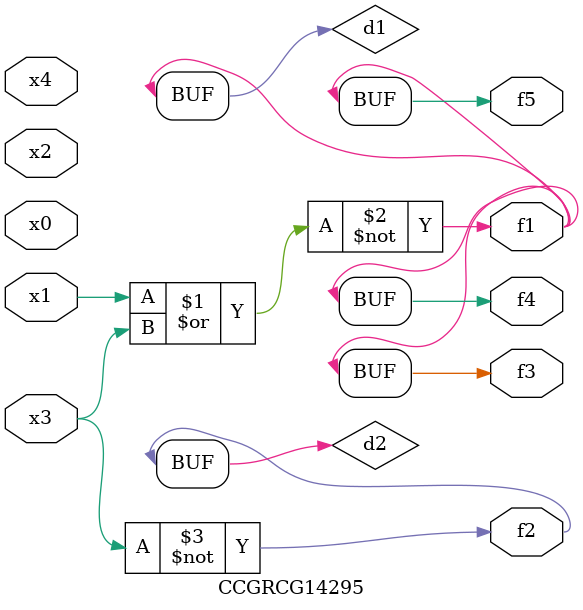
<source format=v>
module CCGRCG14295(
	input x0, x1, x2, x3, x4,
	output f1, f2, f3, f4, f5
);

	wire d1, d2;

	nor (d1, x1, x3);
	not (d2, x3);
	assign f1 = d1;
	assign f2 = d2;
	assign f3 = d1;
	assign f4 = d1;
	assign f5 = d1;
endmodule

</source>
